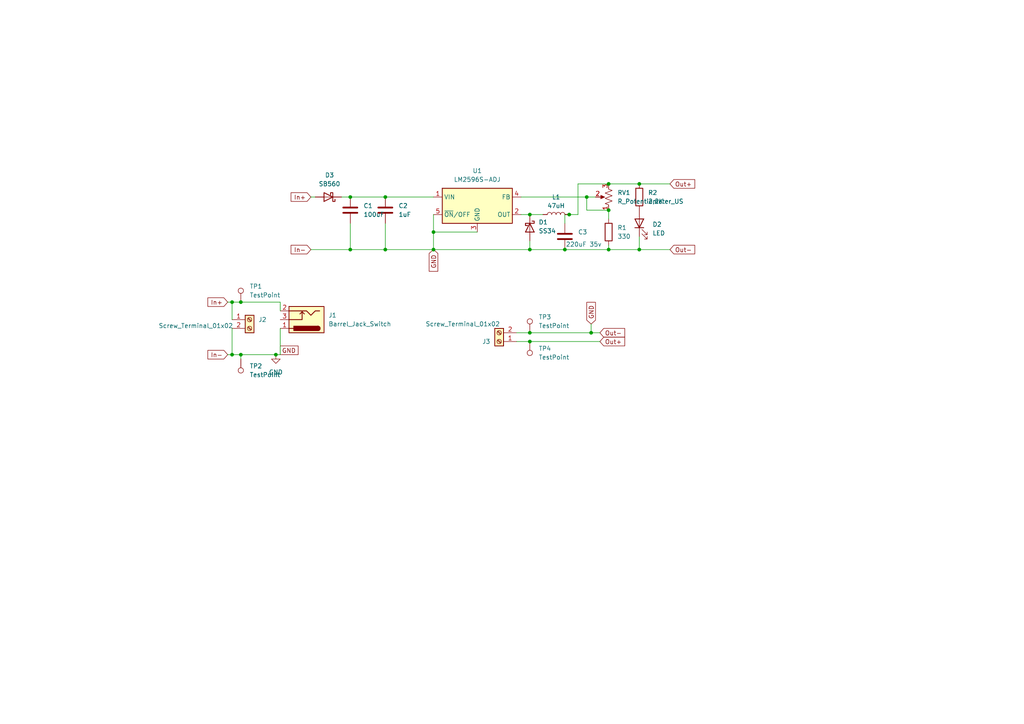
<source format=kicad_sch>
(kicad_sch
	(version 20250114)
	(generator "eeschema")
	(generator_version "9.0")
	(uuid "a3d26de7-dc33-41b1-b514-6f2cdddc433a")
	(paper "A4")
	(lib_symbols
		(symbol "Connector:Barrel_Jack_Switch"
			(pin_names
				(hide yes)
			)
			(exclude_from_sim no)
			(in_bom yes)
			(on_board yes)
			(property "Reference" "J"
				(at 0 5.334 0)
				(effects
					(font
						(size 1.27 1.27)
					)
				)
			)
			(property "Value" "Barrel_Jack_Switch"
				(at 0 -5.08 0)
				(effects
					(font
						(size 1.27 1.27)
					)
				)
			)
			(property "Footprint" ""
				(at 1.27 -1.016 0)
				(effects
					(font
						(size 1.27 1.27)
					)
					(hide yes)
				)
			)
			(property "Datasheet" "~"
				(at 1.27 -1.016 0)
				(effects
					(font
						(size 1.27 1.27)
					)
					(hide yes)
				)
			)
			(property "Description" "DC Barrel Jack with an internal switch"
				(at 0 0 0)
				(effects
					(font
						(size 1.27 1.27)
					)
					(hide yes)
				)
			)
			(property "ki_keywords" "DC power barrel jack connector"
				(at 0 0 0)
				(effects
					(font
						(size 1.27 1.27)
					)
					(hide yes)
				)
			)
			(property "ki_fp_filters" "BarrelJack*"
				(at 0 0 0)
				(effects
					(font
						(size 1.27 1.27)
					)
					(hide yes)
				)
			)
			(symbol "Barrel_Jack_Switch_0_1"
				(rectangle
					(start -5.08 3.81)
					(end 5.08 -3.81)
					(stroke
						(width 0.254)
						(type default)
					)
					(fill
						(type background)
					)
				)
				(polyline
					(pts
						(xy -3.81 -2.54) (xy -2.54 -2.54) (xy -1.27 -1.27) (xy 0 -2.54) (xy 2.54 -2.54) (xy 5.08 -2.54)
					)
					(stroke
						(width 0.254)
						(type default)
					)
					(fill
						(type none)
					)
				)
				(arc
					(start -3.302 1.905)
					(mid -3.9343 2.54)
					(end -3.302 3.175)
					(stroke
						(width 0.254)
						(type default)
					)
					(fill
						(type none)
					)
				)
				(arc
					(start -3.302 1.905)
					(mid -3.9343 2.54)
					(end -3.302 3.175)
					(stroke
						(width 0.254)
						(type default)
					)
					(fill
						(type outline)
					)
				)
				(polyline
					(pts
						(xy 1.27 -2.286) (xy 1.905 -1.651)
					)
					(stroke
						(width 0.254)
						(type default)
					)
					(fill
						(type none)
					)
				)
				(rectangle
					(start 3.683 3.175)
					(end -3.302 1.905)
					(stroke
						(width 0.254)
						(type default)
					)
					(fill
						(type outline)
					)
				)
				(polyline
					(pts
						(xy 5.08 2.54) (xy 3.81 2.54)
					)
					(stroke
						(width 0.254)
						(type default)
					)
					(fill
						(type none)
					)
				)
				(polyline
					(pts
						(xy 5.08 0) (xy 1.27 0) (xy 1.27 -2.286) (xy 0.635 -1.651)
					)
					(stroke
						(width 0.254)
						(type default)
					)
					(fill
						(type none)
					)
				)
			)
			(symbol "Barrel_Jack_Switch_1_1"
				(pin passive line
					(at 7.62 2.54 180)
					(length 2.54)
					(name "~"
						(effects
							(font
								(size 1.27 1.27)
							)
						)
					)
					(number "1"
						(effects
							(font
								(size 1.27 1.27)
							)
						)
					)
				)
				(pin passive line
					(at 7.62 0 180)
					(length 2.54)
					(name "~"
						(effects
							(font
								(size 1.27 1.27)
							)
						)
					)
					(number "3"
						(effects
							(font
								(size 1.27 1.27)
							)
						)
					)
				)
				(pin passive line
					(at 7.62 -2.54 180)
					(length 2.54)
					(name "~"
						(effects
							(font
								(size 1.27 1.27)
							)
						)
					)
					(number "2"
						(effects
							(font
								(size 1.27 1.27)
							)
						)
					)
				)
			)
			(embedded_fonts no)
		)
		(symbol "Connector:Screw_Terminal_01x02"
			(pin_names
				(offset 1.016)
				(hide yes)
			)
			(exclude_from_sim no)
			(in_bom yes)
			(on_board yes)
			(property "Reference" "J"
				(at 0 2.54 0)
				(effects
					(font
						(size 1.27 1.27)
					)
				)
			)
			(property "Value" "Screw_Terminal_01x02"
				(at 0 -5.08 0)
				(effects
					(font
						(size 1.27 1.27)
					)
				)
			)
			(property "Footprint" ""
				(at 0 0 0)
				(effects
					(font
						(size 1.27 1.27)
					)
					(hide yes)
				)
			)
			(property "Datasheet" "~"
				(at 0 0 0)
				(effects
					(font
						(size 1.27 1.27)
					)
					(hide yes)
				)
			)
			(property "Description" "Generic screw terminal, single row, 01x02, script generated (kicad-library-utils/schlib/autogen/connector/)"
				(at 0 0 0)
				(effects
					(font
						(size 1.27 1.27)
					)
					(hide yes)
				)
			)
			(property "ki_keywords" "screw terminal"
				(at 0 0 0)
				(effects
					(font
						(size 1.27 1.27)
					)
					(hide yes)
				)
			)
			(property "ki_fp_filters" "TerminalBlock*:*"
				(at 0 0 0)
				(effects
					(font
						(size 1.27 1.27)
					)
					(hide yes)
				)
			)
			(symbol "Screw_Terminal_01x02_1_1"
				(rectangle
					(start -1.27 1.27)
					(end 1.27 -3.81)
					(stroke
						(width 0.254)
						(type default)
					)
					(fill
						(type background)
					)
				)
				(polyline
					(pts
						(xy -0.5334 0.3302) (xy 0.3302 -0.508)
					)
					(stroke
						(width 0.1524)
						(type default)
					)
					(fill
						(type none)
					)
				)
				(polyline
					(pts
						(xy -0.5334 -2.2098) (xy 0.3302 -3.048)
					)
					(stroke
						(width 0.1524)
						(type default)
					)
					(fill
						(type none)
					)
				)
				(polyline
					(pts
						(xy -0.3556 0.508) (xy 0.508 -0.3302)
					)
					(stroke
						(width 0.1524)
						(type default)
					)
					(fill
						(type none)
					)
				)
				(polyline
					(pts
						(xy -0.3556 -2.032) (xy 0.508 -2.8702)
					)
					(stroke
						(width 0.1524)
						(type default)
					)
					(fill
						(type none)
					)
				)
				(circle
					(center 0 0)
					(radius 0.635)
					(stroke
						(width 0.1524)
						(type default)
					)
					(fill
						(type none)
					)
				)
				(circle
					(center 0 -2.54)
					(radius 0.635)
					(stroke
						(width 0.1524)
						(type default)
					)
					(fill
						(type none)
					)
				)
				(pin passive line
					(at -5.08 0 0)
					(length 3.81)
					(name "Pin_1"
						(effects
							(font
								(size 1.27 1.27)
							)
						)
					)
					(number "1"
						(effects
							(font
								(size 1.27 1.27)
							)
						)
					)
				)
				(pin passive line
					(at -5.08 -2.54 0)
					(length 3.81)
					(name "Pin_2"
						(effects
							(font
								(size 1.27 1.27)
							)
						)
					)
					(number "2"
						(effects
							(font
								(size 1.27 1.27)
							)
						)
					)
				)
			)
			(embedded_fonts no)
		)
		(symbol "Connector:TestPoint"
			(pin_numbers
				(hide yes)
			)
			(pin_names
				(offset 0.762)
				(hide yes)
			)
			(exclude_from_sim no)
			(in_bom yes)
			(on_board yes)
			(property "Reference" "TP"
				(at 0 6.858 0)
				(effects
					(font
						(size 1.27 1.27)
					)
				)
			)
			(property "Value" "TestPoint"
				(at 0 5.08 0)
				(effects
					(font
						(size 1.27 1.27)
					)
				)
			)
			(property "Footprint" ""
				(at 5.08 0 0)
				(effects
					(font
						(size 1.27 1.27)
					)
					(hide yes)
				)
			)
			(property "Datasheet" "~"
				(at 5.08 0 0)
				(effects
					(font
						(size 1.27 1.27)
					)
					(hide yes)
				)
			)
			(property "Description" "test point"
				(at 0 0 0)
				(effects
					(font
						(size 1.27 1.27)
					)
					(hide yes)
				)
			)
			(property "ki_keywords" "test point tp"
				(at 0 0 0)
				(effects
					(font
						(size 1.27 1.27)
					)
					(hide yes)
				)
			)
			(property "ki_fp_filters" "Pin* Test*"
				(at 0 0 0)
				(effects
					(font
						(size 1.27 1.27)
					)
					(hide yes)
				)
			)
			(symbol "TestPoint_0_1"
				(circle
					(center 0 3.302)
					(radius 0.762)
					(stroke
						(width 0)
						(type default)
					)
					(fill
						(type none)
					)
				)
			)
			(symbol "TestPoint_1_1"
				(pin passive line
					(at 0 0 90)
					(length 2.54)
					(name "1"
						(effects
							(font
								(size 1.27 1.27)
							)
						)
					)
					(number "1"
						(effects
							(font
								(size 1.27 1.27)
							)
						)
					)
				)
			)
			(embedded_fonts no)
		)
		(symbol "Device:C"
			(pin_numbers
				(hide yes)
			)
			(pin_names
				(offset 0.254)
			)
			(exclude_from_sim no)
			(in_bom yes)
			(on_board yes)
			(property "Reference" "C"
				(at 0.635 2.54 0)
				(effects
					(font
						(size 1.27 1.27)
					)
					(justify left)
				)
			)
			(property "Value" "C"
				(at 0.635 -2.54 0)
				(effects
					(font
						(size 1.27 1.27)
					)
					(justify left)
				)
			)
			(property "Footprint" ""
				(at 0.9652 -3.81 0)
				(effects
					(font
						(size 1.27 1.27)
					)
					(hide yes)
				)
			)
			(property "Datasheet" "~"
				(at 0 0 0)
				(effects
					(font
						(size 1.27 1.27)
					)
					(hide yes)
				)
			)
			(property "Description" "Unpolarized capacitor"
				(at 0 0 0)
				(effects
					(font
						(size 1.27 1.27)
					)
					(hide yes)
				)
			)
			(property "ki_keywords" "cap capacitor"
				(at 0 0 0)
				(effects
					(font
						(size 1.27 1.27)
					)
					(hide yes)
				)
			)
			(property "ki_fp_filters" "C_*"
				(at 0 0 0)
				(effects
					(font
						(size 1.27 1.27)
					)
					(hide yes)
				)
			)
			(symbol "C_0_1"
				(polyline
					(pts
						(xy -2.032 0.762) (xy 2.032 0.762)
					)
					(stroke
						(width 0.508)
						(type default)
					)
					(fill
						(type none)
					)
				)
				(polyline
					(pts
						(xy -2.032 -0.762) (xy 2.032 -0.762)
					)
					(stroke
						(width 0.508)
						(type default)
					)
					(fill
						(type none)
					)
				)
			)
			(symbol "C_1_1"
				(pin passive line
					(at 0 3.81 270)
					(length 2.794)
					(name "~"
						(effects
							(font
								(size 1.27 1.27)
							)
						)
					)
					(number "1"
						(effects
							(font
								(size 1.27 1.27)
							)
						)
					)
				)
				(pin passive line
					(at 0 -3.81 90)
					(length 2.794)
					(name "~"
						(effects
							(font
								(size 1.27 1.27)
							)
						)
					)
					(number "2"
						(effects
							(font
								(size 1.27 1.27)
							)
						)
					)
				)
			)
			(embedded_fonts no)
		)
		(symbol "Device:L"
			(pin_numbers
				(hide yes)
			)
			(pin_names
				(offset 1.016)
				(hide yes)
			)
			(exclude_from_sim no)
			(in_bom yes)
			(on_board yes)
			(property "Reference" "L"
				(at -1.27 0 90)
				(effects
					(font
						(size 1.27 1.27)
					)
				)
			)
			(property "Value" "L"
				(at 1.905 0 90)
				(effects
					(font
						(size 1.27 1.27)
					)
				)
			)
			(property "Footprint" ""
				(at 0 0 0)
				(effects
					(font
						(size 1.27 1.27)
					)
					(hide yes)
				)
			)
			(property "Datasheet" "~"
				(at 0 0 0)
				(effects
					(font
						(size 1.27 1.27)
					)
					(hide yes)
				)
			)
			(property "Description" "Inductor"
				(at 0 0 0)
				(effects
					(font
						(size 1.27 1.27)
					)
					(hide yes)
				)
			)
			(property "ki_keywords" "inductor choke coil reactor magnetic"
				(at 0 0 0)
				(effects
					(font
						(size 1.27 1.27)
					)
					(hide yes)
				)
			)
			(property "ki_fp_filters" "Choke_* *Coil* Inductor_* L_*"
				(at 0 0 0)
				(effects
					(font
						(size 1.27 1.27)
					)
					(hide yes)
				)
			)
			(symbol "L_0_1"
				(arc
					(start 0 2.54)
					(mid 0.6323 1.905)
					(end 0 1.27)
					(stroke
						(width 0)
						(type default)
					)
					(fill
						(type none)
					)
				)
				(arc
					(start 0 1.27)
					(mid 0.6323 0.635)
					(end 0 0)
					(stroke
						(width 0)
						(type default)
					)
					(fill
						(type none)
					)
				)
				(arc
					(start 0 0)
					(mid 0.6323 -0.635)
					(end 0 -1.27)
					(stroke
						(width 0)
						(type default)
					)
					(fill
						(type none)
					)
				)
				(arc
					(start 0 -1.27)
					(mid 0.6323 -1.905)
					(end 0 -2.54)
					(stroke
						(width 0)
						(type default)
					)
					(fill
						(type none)
					)
				)
			)
			(symbol "L_1_1"
				(pin passive line
					(at 0 3.81 270)
					(length 1.27)
					(name "1"
						(effects
							(font
								(size 1.27 1.27)
							)
						)
					)
					(number "1"
						(effects
							(font
								(size 1.27 1.27)
							)
						)
					)
				)
				(pin passive line
					(at 0 -3.81 90)
					(length 1.27)
					(name "2"
						(effects
							(font
								(size 1.27 1.27)
							)
						)
					)
					(number "2"
						(effects
							(font
								(size 1.27 1.27)
							)
						)
					)
				)
			)
			(embedded_fonts no)
		)
		(symbol "Device:LED"
			(pin_numbers
				(hide yes)
			)
			(pin_names
				(offset 1.016)
				(hide yes)
			)
			(exclude_from_sim no)
			(in_bom yes)
			(on_board yes)
			(property "Reference" "D"
				(at 0 2.54 0)
				(effects
					(font
						(size 1.27 1.27)
					)
				)
			)
			(property "Value" "LED"
				(at 0 -2.54 0)
				(effects
					(font
						(size 1.27 1.27)
					)
				)
			)
			(property "Footprint" ""
				(at 0 0 0)
				(effects
					(font
						(size 1.27 1.27)
					)
					(hide yes)
				)
			)
			(property "Datasheet" "~"
				(at 0 0 0)
				(effects
					(font
						(size 1.27 1.27)
					)
					(hide yes)
				)
			)
			(property "Description" "Light emitting diode"
				(at 0 0 0)
				(effects
					(font
						(size 1.27 1.27)
					)
					(hide yes)
				)
			)
			(property "Sim.Pins" "1=K 2=A"
				(at 0 0 0)
				(effects
					(font
						(size 1.27 1.27)
					)
					(hide yes)
				)
			)
			(property "ki_keywords" "LED diode"
				(at 0 0 0)
				(effects
					(font
						(size 1.27 1.27)
					)
					(hide yes)
				)
			)
			(property "ki_fp_filters" "LED* LED_SMD:* LED_THT:*"
				(at 0 0 0)
				(effects
					(font
						(size 1.27 1.27)
					)
					(hide yes)
				)
			)
			(symbol "LED_0_1"
				(polyline
					(pts
						(xy -3.048 -0.762) (xy -4.572 -2.286) (xy -3.81 -2.286) (xy -4.572 -2.286) (xy -4.572 -1.524)
					)
					(stroke
						(width 0)
						(type default)
					)
					(fill
						(type none)
					)
				)
				(polyline
					(pts
						(xy -1.778 -0.762) (xy -3.302 -2.286) (xy -2.54 -2.286) (xy -3.302 -2.286) (xy -3.302 -1.524)
					)
					(stroke
						(width 0)
						(type default)
					)
					(fill
						(type none)
					)
				)
				(polyline
					(pts
						(xy -1.27 0) (xy 1.27 0)
					)
					(stroke
						(width 0)
						(type default)
					)
					(fill
						(type none)
					)
				)
				(polyline
					(pts
						(xy -1.27 -1.27) (xy -1.27 1.27)
					)
					(stroke
						(width 0.254)
						(type default)
					)
					(fill
						(type none)
					)
				)
				(polyline
					(pts
						(xy 1.27 -1.27) (xy 1.27 1.27) (xy -1.27 0) (xy 1.27 -1.27)
					)
					(stroke
						(width 0.254)
						(type default)
					)
					(fill
						(type none)
					)
				)
			)
			(symbol "LED_1_1"
				(pin passive line
					(at -3.81 0 0)
					(length 2.54)
					(name "K"
						(effects
							(font
								(size 1.27 1.27)
							)
						)
					)
					(number "1"
						(effects
							(font
								(size 1.27 1.27)
							)
						)
					)
				)
				(pin passive line
					(at 3.81 0 180)
					(length 2.54)
					(name "A"
						(effects
							(font
								(size 1.27 1.27)
							)
						)
					)
					(number "2"
						(effects
							(font
								(size 1.27 1.27)
							)
						)
					)
				)
			)
			(embedded_fonts no)
		)
		(symbol "Device:R"
			(pin_numbers
				(hide yes)
			)
			(pin_names
				(offset 0)
			)
			(exclude_from_sim no)
			(in_bom yes)
			(on_board yes)
			(property "Reference" "R"
				(at 2.032 0 90)
				(effects
					(font
						(size 1.27 1.27)
					)
				)
			)
			(property "Value" "R"
				(at 0 0 90)
				(effects
					(font
						(size 1.27 1.27)
					)
				)
			)
			(property "Footprint" ""
				(at -1.778 0 90)
				(effects
					(font
						(size 1.27 1.27)
					)
					(hide yes)
				)
			)
			(property "Datasheet" "~"
				(at 0 0 0)
				(effects
					(font
						(size 1.27 1.27)
					)
					(hide yes)
				)
			)
			(property "Description" "Resistor"
				(at 0 0 0)
				(effects
					(font
						(size 1.27 1.27)
					)
					(hide yes)
				)
			)
			(property "ki_keywords" "R res resistor"
				(at 0 0 0)
				(effects
					(font
						(size 1.27 1.27)
					)
					(hide yes)
				)
			)
			(property "ki_fp_filters" "R_*"
				(at 0 0 0)
				(effects
					(font
						(size 1.27 1.27)
					)
					(hide yes)
				)
			)
			(symbol "R_0_1"
				(rectangle
					(start -1.016 -2.54)
					(end 1.016 2.54)
					(stroke
						(width 0.254)
						(type default)
					)
					(fill
						(type none)
					)
				)
			)
			(symbol "R_1_1"
				(pin passive line
					(at 0 3.81 270)
					(length 1.27)
					(name "~"
						(effects
							(font
								(size 1.27 1.27)
							)
						)
					)
					(number "1"
						(effects
							(font
								(size 1.27 1.27)
							)
						)
					)
				)
				(pin passive line
					(at 0 -3.81 90)
					(length 1.27)
					(name "~"
						(effects
							(font
								(size 1.27 1.27)
							)
						)
					)
					(number "2"
						(effects
							(font
								(size 1.27 1.27)
							)
						)
					)
				)
			)
			(embedded_fonts no)
		)
		(symbol "Device:R_Potentiometer_US"
			(pin_names
				(offset 1.016)
				(hide yes)
			)
			(exclude_from_sim no)
			(in_bom yes)
			(on_board yes)
			(property "Reference" "RV"
				(at -4.445 0 90)
				(effects
					(font
						(size 1.27 1.27)
					)
				)
			)
			(property "Value" "R_Potentiometer_US"
				(at -2.54 0 90)
				(effects
					(font
						(size 1.27 1.27)
					)
				)
			)
			(property "Footprint" ""
				(at 0 0 0)
				(effects
					(font
						(size 1.27 1.27)
					)
					(hide yes)
				)
			)
			(property "Datasheet" "~"
				(at 0 0 0)
				(effects
					(font
						(size 1.27 1.27)
					)
					(hide yes)
				)
			)
			(property "Description" "Potentiometer, US symbol"
				(at 0 0 0)
				(effects
					(font
						(size 1.27 1.27)
					)
					(hide yes)
				)
			)
			(property "ki_keywords" "resistor variable"
				(at 0 0 0)
				(effects
					(font
						(size 1.27 1.27)
					)
					(hide yes)
				)
			)
			(property "ki_fp_filters" "Potentiometer*"
				(at 0 0 0)
				(effects
					(font
						(size 1.27 1.27)
					)
					(hide yes)
				)
			)
			(symbol "R_Potentiometer_US_0_1"
				(polyline
					(pts
						(xy 0 2.54) (xy 0 2.286)
					)
					(stroke
						(width 0)
						(type default)
					)
					(fill
						(type none)
					)
				)
				(polyline
					(pts
						(xy 0 2.286) (xy 1.016 1.905) (xy 0 1.524) (xy -1.016 1.143) (xy 0 0.762)
					)
					(stroke
						(width 0)
						(type default)
					)
					(fill
						(type none)
					)
				)
				(polyline
					(pts
						(xy 0 0.762) (xy 1.016 0.381) (xy 0 0) (xy -1.016 -0.381) (xy 0 -0.762)
					)
					(stroke
						(width 0)
						(type default)
					)
					(fill
						(type none)
					)
				)
				(polyline
					(pts
						(xy 0 -0.762) (xy 1.016 -1.143) (xy 0 -1.524) (xy -1.016 -1.905) (xy 0 -2.286)
					)
					(stroke
						(width 0)
						(type default)
					)
					(fill
						(type none)
					)
				)
				(polyline
					(pts
						(xy 0 -2.286) (xy 0 -2.54)
					)
					(stroke
						(width 0)
						(type default)
					)
					(fill
						(type none)
					)
				)
				(polyline
					(pts
						(xy 1.143 0) (xy 2.286 0.508) (xy 2.286 -0.508) (xy 1.143 0)
					)
					(stroke
						(width 0)
						(type default)
					)
					(fill
						(type outline)
					)
				)
				(polyline
					(pts
						(xy 2.54 0) (xy 1.524 0)
					)
					(stroke
						(width 0)
						(type default)
					)
					(fill
						(type none)
					)
				)
			)
			(symbol "R_Potentiometer_US_1_1"
				(pin passive line
					(at 0 3.81 270)
					(length 1.27)
					(name "1"
						(effects
							(font
								(size 1.27 1.27)
							)
						)
					)
					(number "1"
						(effects
							(font
								(size 1.27 1.27)
							)
						)
					)
				)
				(pin passive line
					(at 0 -3.81 90)
					(length 1.27)
					(name "3"
						(effects
							(font
								(size 1.27 1.27)
							)
						)
					)
					(number "3"
						(effects
							(font
								(size 1.27 1.27)
							)
						)
					)
				)
				(pin passive line
					(at 3.81 0 180)
					(length 1.27)
					(name "2"
						(effects
							(font
								(size 1.27 1.27)
							)
						)
					)
					(number "2"
						(effects
							(font
								(size 1.27 1.27)
							)
						)
					)
				)
			)
			(embedded_fonts no)
		)
		(symbol "Diode:SB5H90"
			(pin_numbers
				(hide yes)
			)
			(pin_names
				(offset 1.016)
				(hide yes)
			)
			(exclude_from_sim no)
			(in_bom yes)
			(on_board yes)
			(property "Reference" "D"
				(at 0 2.54 0)
				(effects
					(font
						(size 1.27 1.27)
					)
				)
			)
			(property "Value" "SB5H90"
				(at 0 -2.54 0)
				(effects
					(font
						(size 1.27 1.27)
					)
				)
			)
			(property "Footprint" "Diode_THT:D_DO-201AD_P15.24mm_Horizontal"
				(at 0 -4.445 0)
				(effects
					(font
						(size 1.27 1.27)
					)
					(hide yes)
				)
			)
			(property "Datasheet" "https://www.vishay.com/docs/88722/sb5h90.pdf"
				(at 0 0 0)
				(effects
					(font
						(size 1.27 1.27)
					)
					(hide yes)
				)
			)
			(property "Description" "90V 5A Schottky Barrier Rectifier Diode, DO-201AD"
				(at 0 0 0)
				(effects
					(font
						(size 1.27 1.27)
					)
					(hide yes)
				)
			)
			(property "ki_keywords" "diode Schottky"
				(at 0 0 0)
				(effects
					(font
						(size 1.27 1.27)
					)
					(hide yes)
				)
			)
			(property "ki_fp_filters" "D*DO?201AD*"
				(at 0 0 0)
				(effects
					(font
						(size 1.27 1.27)
					)
					(hide yes)
				)
			)
			(symbol "SB5H90_0_1"
				(polyline
					(pts
						(xy -1.905 0.635) (xy -1.905 1.27) (xy -1.27 1.27) (xy -1.27 -1.27) (xy -0.635 -1.27) (xy -0.635 -0.635)
					)
					(stroke
						(width 0.254)
						(type default)
					)
					(fill
						(type none)
					)
				)
				(polyline
					(pts
						(xy 1.27 1.27) (xy 1.27 -1.27) (xy -1.27 0) (xy 1.27 1.27)
					)
					(stroke
						(width 0.254)
						(type default)
					)
					(fill
						(type none)
					)
				)
				(polyline
					(pts
						(xy 1.27 0) (xy -1.27 0)
					)
					(stroke
						(width 0)
						(type default)
					)
					(fill
						(type none)
					)
				)
			)
			(symbol "SB5H90_1_1"
				(pin passive line
					(at -3.81 0 0)
					(length 2.54)
					(name "K"
						(effects
							(font
								(size 1.27 1.27)
							)
						)
					)
					(number "1"
						(effects
							(font
								(size 1.27 1.27)
							)
						)
					)
				)
				(pin passive line
					(at 3.81 0 180)
					(length 2.54)
					(name "A"
						(effects
							(font
								(size 1.27 1.27)
							)
						)
					)
					(number "2"
						(effects
							(font
								(size 1.27 1.27)
							)
						)
					)
				)
			)
			(embedded_fonts no)
		)
		(symbol "Diode:SS34"
			(pin_numbers
				(hide yes)
			)
			(pin_names
				(offset 1.016)
				(hide yes)
			)
			(exclude_from_sim no)
			(in_bom yes)
			(on_board yes)
			(property "Reference" "D"
				(at 0 2.54 0)
				(effects
					(font
						(size 1.27 1.27)
					)
				)
			)
			(property "Value" "SS34"
				(at 0 -2.54 0)
				(effects
					(font
						(size 1.27 1.27)
					)
				)
			)
			(property "Footprint" "Diode_SMD:D_SMA"
				(at 0 -4.445 0)
				(effects
					(font
						(size 1.27 1.27)
					)
					(hide yes)
				)
			)
			(property "Datasheet" "https://www.vishay.com/docs/88751/ss32.pdf"
				(at 0 0 0)
				(effects
					(font
						(size 1.27 1.27)
					)
					(hide yes)
				)
			)
			(property "Description" "40V 3A Schottky Diode, SMA"
				(at 0 0 0)
				(effects
					(font
						(size 1.27 1.27)
					)
					(hide yes)
				)
			)
			(property "ki_keywords" "diode Schottky"
				(at 0 0 0)
				(effects
					(font
						(size 1.27 1.27)
					)
					(hide yes)
				)
			)
			(property "ki_fp_filters" "D*SMA*"
				(at 0 0 0)
				(effects
					(font
						(size 1.27 1.27)
					)
					(hide yes)
				)
			)
			(symbol "SS34_0_1"
				(polyline
					(pts
						(xy -1.905 0.635) (xy -1.905 1.27) (xy -1.27 1.27) (xy -1.27 -1.27) (xy -0.635 -1.27) (xy -0.635 -0.635)
					)
					(stroke
						(width 0.254)
						(type default)
					)
					(fill
						(type none)
					)
				)
				(polyline
					(pts
						(xy 1.27 1.27) (xy 1.27 -1.27) (xy -1.27 0) (xy 1.27 1.27)
					)
					(stroke
						(width 0.254)
						(type default)
					)
					(fill
						(type none)
					)
				)
				(polyline
					(pts
						(xy 1.27 0) (xy -1.27 0)
					)
					(stroke
						(width 0)
						(type default)
					)
					(fill
						(type none)
					)
				)
			)
			(symbol "SS34_1_1"
				(pin passive line
					(at -3.81 0 0)
					(length 2.54)
					(name "K"
						(effects
							(font
								(size 1.27 1.27)
							)
						)
					)
					(number "1"
						(effects
							(font
								(size 1.27 1.27)
							)
						)
					)
				)
				(pin passive line
					(at 3.81 0 180)
					(length 2.54)
					(name "A"
						(effects
							(font
								(size 1.27 1.27)
							)
						)
					)
					(number "2"
						(effects
							(font
								(size 1.27 1.27)
							)
						)
					)
				)
			)
			(embedded_fonts no)
		)
		(symbol "Regulator_Switching:LM2596S-ADJ"
			(exclude_from_sim no)
			(in_bom yes)
			(on_board yes)
			(property "Reference" "U"
				(at -10.16 6.35 0)
				(effects
					(font
						(size 1.27 1.27)
					)
					(justify left)
				)
			)
			(property "Value" "LM2596S-ADJ"
				(at 0 6.35 0)
				(effects
					(font
						(size 1.27 1.27)
					)
					(justify left)
				)
			)
			(property "Footprint" "Package_TO_SOT_SMD:TO-263-5_TabPin3"
				(at 1.27 -6.35 0)
				(effects
					(font
						(size 1.27 1.27)
						(italic yes)
					)
					(justify left)
					(hide yes)
				)
			)
			(property "Datasheet" "http://www.ti.com/lit/ds/symlink/lm2596.pdf"
				(at 0 0 0)
				(effects
					(font
						(size 1.27 1.27)
					)
					(hide yes)
				)
			)
			(property "Description" "Adjustable 3A Step-Down Voltage Regulator, TO-263"
				(at 0 0 0)
				(effects
					(font
						(size 1.27 1.27)
					)
					(hide yes)
				)
			)
			(property "ki_keywords" "Step-Down Voltage Regulator Adjustable 3A"
				(at 0 0 0)
				(effects
					(font
						(size 1.27 1.27)
					)
					(hide yes)
				)
			)
			(property "ki_fp_filters" "TO?263*"
				(at 0 0 0)
				(effects
					(font
						(size 1.27 1.27)
					)
					(hide yes)
				)
			)
			(symbol "LM2596S-ADJ_0_1"
				(rectangle
					(start -10.16 5.08)
					(end 10.16 -5.08)
					(stroke
						(width 0.254)
						(type default)
					)
					(fill
						(type background)
					)
				)
			)
			(symbol "LM2596S-ADJ_1_1"
				(pin power_in line
					(at -12.7 2.54 0)
					(length 2.54)
					(name "VIN"
						(effects
							(font
								(size 1.27 1.27)
							)
						)
					)
					(number "1"
						(effects
							(font
								(size 1.27 1.27)
							)
						)
					)
				)
				(pin input line
					(at -12.7 -2.54 0)
					(length 2.54)
					(name "~{ON}/OFF"
						(effects
							(font
								(size 1.27 1.27)
							)
						)
					)
					(number "5"
						(effects
							(font
								(size 1.27 1.27)
							)
						)
					)
				)
				(pin power_in line
					(at 0 -7.62 90)
					(length 2.54)
					(name "GND"
						(effects
							(font
								(size 1.27 1.27)
							)
						)
					)
					(number "3"
						(effects
							(font
								(size 1.27 1.27)
							)
						)
					)
				)
				(pin input line
					(at 12.7 2.54 180)
					(length 2.54)
					(name "FB"
						(effects
							(font
								(size 1.27 1.27)
							)
						)
					)
					(number "4"
						(effects
							(font
								(size 1.27 1.27)
							)
						)
					)
				)
				(pin output line
					(at 12.7 -2.54 180)
					(length 2.54)
					(name "OUT"
						(effects
							(font
								(size 1.27 1.27)
							)
						)
					)
					(number "2"
						(effects
							(font
								(size 1.27 1.27)
							)
						)
					)
				)
			)
			(embedded_fonts no)
		)
		(symbol "power:GND"
			(power)
			(pin_numbers
				(hide yes)
			)
			(pin_names
				(offset 0)
				(hide yes)
			)
			(exclude_from_sim no)
			(in_bom yes)
			(on_board yes)
			(property "Reference" "#PWR"
				(at 0 -6.35 0)
				(effects
					(font
						(size 1.27 1.27)
					)
					(hide yes)
				)
			)
			(property "Value" "GND"
				(at 0 -3.81 0)
				(effects
					(font
						(size 1.27 1.27)
					)
				)
			)
			(property "Footprint" ""
				(at 0 0 0)
				(effects
					(font
						(size 1.27 1.27)
					)
					(hide yes)
				)
			)
			(property "Datasheet" ""
				(at 0 0 0)
				(effects
					(font
						(size 1.27 1.27)
					)
					(hide yes)
				)
			)
			(property "Description" "Power symbol creates a global label with name \"GND\" , ground"
				(at 0 0 0)
				(effects
					(font
						(size 1.27 1.27)
					)
					(hide yes)
				)
			)
			(property "ki_keywords" "global power"
				(at 0 0 0)
				(effects
					(font
						(size 1.27 1.27)
					)
					(hide yes)
				)
			)
			(symbol "GND_0_1"
				(polyline
					(pts
						(xy 0 0) (xy 0 -1.27) (xy 1.27 -1.27) (xy 0 -2.54) (xy -1.27 -1.27) (xy 0 -1.27)
					)
					(stroke
						(width 0)
						(type default)
					)
					(fill
						(type none)
					)
				)
			)
			(symbol "GND_1_1"
				(pin power_in line
					(at 0 0 270)
					(length 0)
					(name "~"
						(effects
							(font
								(size 1.27 1.27)
							)
						)
					)
					(number "1"
						(effects
							(font
								(size 1.27 1.27)
							)
						)
					)
				)
			)
			(embedded_fonts no)
		)
	)
	(junction
		(at 67.31 87.63)
		(diameter 0)
		(color 0 0 0 0)
		(uuid "068bd343-a4dd-4ef6-b084-d9f399cf4c7c")
	)
	(junction
		(at 170.18 57.15)
		(diameter 0)
		(color 0 0 0 0)
		(uuid "08878b27-1f6a-4793-8ad2-b6b751f64ca6")
	)
	(junction
		(at 176.53 72.39)
		(diameter 0)
		(color 0 0 0 0)
		(uuid "210e44ec-580b-4ca6-b123-46bcfecb89c7")
	)
	(junction
		(at 153.67 99.06)
		(diameter 0)
		(color 0 0 0 0)
		(uuid "2cb75598-21b0-4443-af1e-9a23a3082139")
	)
	(junction
		(at 176.53 60.96)
		(diameter 0)
		(color 0 0 0 0)
		(uuid "37bcb9ef-d7d6-46be-bf2c-c232e3c9e37c")
	)
	(junction
		(at 67.31 102.87)
		(diameter 0)
		(color 0 0 0 0)
		(uuid "42802a54-2d03-466c-97da-4a36a605e4eb")
	)
	(junction
		(at 69.85 102.87)
		(diameter 0)
		(color 0 0 0 0)
		(uuid "4308d499-1c6c-4a39-84ca-5f23563fa15c")
	)
	(junction
		(at 185.42 53.34)
		(diameter 0)
		(color 0 0 0 0)
		(uuid "4ff4beb4-19f3-4af6-ba12-04e4e338b5cd")
	)
	(junction
		(at 176.53 53.34)
		(diameter 0)
		(color 0 0 0 0)
		(uuid "506a89d7-69f6-4b3a-9f2b-fbbc1c90521f")
	)
	(junction
		(at 171.45 96.52)
		(diameter 0)
		(color 0 0 0 0)
		(uuid "7889213f-f6fb-4a6a-8b44-4da17caed4b5")
	)
	(junction
		(at 153.67 96.52)
		(diameter 0)
		(color 0 0 0 0)
		(uuid "79c928e2-c844-4ac9-a689-094a25c4e1da")
	)
	(junction
		(at 111.76 72.39)
		(diameter 0)
		(color 0 0 0 0)
		(uuid "79ee9456-9bf8-4dec-832f-e35e9af339c2")
	)
	(junction
		(at 111.76 57.15)
		(diameter 0)
		(color 0 0 0 0)
		(uuid "7a62c2ff-809e-41a9-9792-c03d1a33de5d")
	)
	(junction
		(at 153.67 62.23)
		(diameter 0)
		(color 0 0 0 0)
		(uuid "7b0351a2-575a-4c62-99bc-c18674ed0bdb")
	)
	(junction
		(at 165.1 62.23)
		(diameter 0)
		(color 0 0 0 0)
		(uuid "8b30e008-7146-4ffd-b2dd-8b3100407742")
	)
	(junction
		(at 125.73 72.39)
		(diameter 0)
		(color 0 0 0 0)
		(uuid "94454ecf-d9e0-42e1-a174-b46d2724a3bf")
	)
	(junction
		(at 163.83 72.39)
		(diameter 0)
		(color 0 0 0 0)
		(uuid "96273ed3-3e03-42d5-a032-6e669c3090f1")
	)
	(junction
		(at 153.67 72.39)
		(diameter 0)
		(color 0 0 0 0)
		(uuid "a4d60aa0-9d8d-4065-9647-d560dca6f3d8")
	)
	(junction
		(at 101.6 57.15)
		(diameter 0)
		(color 0 0 0 0)
		(uuid "a5362d77-11bf-4fe9-b2c5-eb4dfb8d452b")
	)
	(junction
		(at 80.01 102.87)
		(diameter 0)
		(color 0 0 0 0)
		(uuid "b0e9eb5b-150e-4078-b409-7b9b8943841c")
	)
	(junction
		(at 69.85 87.63)
		(diameter 0)
		(color 0 0 0 0)
		(uuid "c46e1401-43ff-4f76-922b-3903ca8dd44d")
	)
	(junction
		(at 185.42 72.39)
		(diameter 0)
		(color 0 0 0 0)
		(uuid "d2ff5df0-e276-438a-812d-986a313c61e4")
	)
	(junction
		(at 101.6 72.39)
		(diameter 0)
		(color 0 0 0 0)
		(uuid "f900f501-7de7-4911-b67b-f68b8a1a14a3")
	)
	(junction
		(at 125.73 67.31)
		(diameter 0)
		(color 0 0 0 0)
		(uuid "fb7f079f-5d5d-4678-8b9a-d2082112c436")
	)
	(wire
		(pts
			(xy 67.31 87.63) (xy 66.04 87.63)
		)
		(stroke
			(width 0)
			(type default)
		)
		(uuid "03e03220-ff80-4250-823a-693d16e2bb24")
	)
	(wire
		(pts
			(xy 67.31 102.87) (xy 69.85 102.87)
		)
		(stroke
			(width 0)
			(type default)
		)
		(uuid "05d47d88-924d-4a47-b7a3-7946a156ea48")
	)
	(wire
		(pts
			(xy 163.83 62.23) (xy 165.1 62.23)
		)
		(stroke
			(width 0)
			(type default)
		)
		(uuid "05d8bc69-3f46-4ed4-8a56-f5223001210e")
	)
	(wire
		(pts
			(xy 153.67 96.52) (xy 171.45 96.52)
		)
		(stroke
			(width 0)
			(type default)
		)
		(uuid "09eab259-2c33-493d-85d4-f48f38a69b69")
	)
	(wire
		(pts
			(xy 81.28 95.25) (xy 81.28 102.87)
		)
		(stroke
			(width 0)
			(type default)
		)
		(uuid "0a8545ce-d7f8-4228-afb0-c0e82e50f084")
	)
	(wire
		(pts
			(xy 185.42 53.34) (xy 194.31 53.34)
		)
		(stroke
			(width 0)
			(type default)
		)
		(uuid "0fa03cec-45ce-42e4-b21a-30e7ac6b6622")
	)
	(wire
		(pts
			(xy 170.18 60.96) (xy 170.18 57.15)
		)
		(stroke
			(width 0)
			(type default)
		)
		(uuid "119dfebc-278c-4ebe-97bd-4146ac425d88")
	)
	(wire
		(pts
			(xy 163.83 64.77) (xy 163.83 62.23)
		)
		(stroke
			(width 0)
			(type default)
		)
		(uuid "1650698f-d4d3-4cf1-8f78-968b92712896")
	)
	(wire
		(pts
			(xy 176.53 60.96) (xy 170.18 60.96)
		)
		(stroke
			(width 0)
			(type default)
		)
		(uuid "1a8959f3-34a8-425e-b241-c609b0be0ac9")
	)
	(wire
		(pts
			(xy 163.83 72.39) (xy 153.67 72.39)
		)
		(stroke
			(width 0)
			(type default)
		)
		(uuid "1c49e8cc-bb43-427a-9b2c-e7b9bb3bc327")
	)
	(wire
		(pts
			(xy 111.76 72.39) (xy 101.6 72.39)
		)
		(stroke
			(width 0)
			(type default)
		)
		(uuid "1c4f5fdd-c988-4a79-b2f0-ba2d7ec3ec0f")
	)
	(wire
		(pts
			(xy 176.53 72.39) (xy 163.83 72.39)
		)
		(stroke
			(width 0)
			(type default)
		)
		(uuid "1ed44a73-8b6a-4207-b778-7a9c46c380c1")
	)
	(wire
		(pts
			(xy 67.31 87.63) (xy 67.31 92.71)
		)
		(stroke
			(width 0)
			(type default)
		)
		(uuid "2073a075-c17f-4296-9293-2e5b2531b731")
	)
	(wire
		(pts
			(xy 111.76 57.15) (xy 125.73 57.15)
		)
		(stroke
			(width 0)
			(type default)
		)
		(uuid "3244e214-cb5c-4ea1-b363-800960cf98c4")
	)
	(wire
		(pts
			(xy 185.42 68.58) (xy 185.42 72.39)
		)
		(stroke
			(width 0)
			(type default)
		)
		(uuid "38a17bf4-6f3f-4f33-bb24-199b8bf0e1ba")
	)
	(wire
		(pts
			(xy 153.67 69.85) (xy 153.67 72.39)
		)
		(stroke
			(width 0)
			(type default)
		)
		(uuid "3992fd22-ec7c-430a-8af0-5cc3a64a2ef0")
	)
	(wire
		(pts
			(xy 101.6 72.39) (xy 101.6 64.77)
		)
		(stroke
			(width 0)
			(type default)
		)
		(uuid "3aba1d15-ea13-4a98-8201-cce05d5affd7")
	)
	(wire
		(pts
			(xy 153.67 72.39) (xy 125.73 72.39)
		)
		(stroke
			(width 0)
			(type default)
		)
		(uuid "3d6270b6-842c-46c1-8793-0c3df2982c9e")
	)
	(wire
		(pts
			(xy 171.45 96.52) (xy 173.99 96.52)
		)
		(stroke
			(width 0)
			(type default)
		)
		(uuid "3ed2a0df-4d64-4408-bc85-65dc17813b18")
	)
	(wire
		(pts
			(xy 125.73 67.31) (xy 125.73 62.23)
		)
		(stroke
			(width 0)
			(type default)
		)
		(uuid "3f40d9c8-3d14-475f-a8c3-58d4007a9b91")
	)
	(wire
		(pts
			(xy 176.53 53.34) (xy 185.42 53.34)
		)
		(stroke
			(width 0)
			(type default)
		)
		(uuid "41e771c2-5bda-48e9-a075-4b996cc75bd1")
	)
	(wire
		(pts
			(xy 185.42 72.39) (xy 194.31 72.39)
		)
		(stroke
			(width 0)
			(type default)
		)
		(uuid "423d6237-4e18-49cc-8085-b210f3336a00")
	)
	(wire
		(pts
			(xy 80.01 102.87) (xy 81.28 102.87)
		)
		(stroke
			(width 0)
			(type default)
		)
		(uuid "425388cb-2bec-404d-84e6-958cc11e665c")
	)
	(wire
		(pts
			(xy 90.17 72.39) (xy 101.6 72.39)
		)
		(stroke
			(width 0)
			(type default)
		)
		(uuid "44c0e543-f48a-4193-be98-bd504b54dd61")
	)
	(wire
		(pts
			(xy 138.43 67.31) (xy 125.73 67.31)
		)
		(stroke
			(width 0)
			(type default)
		)
		(uuid "52710388-d07e-40f8-bd70-75286c2c2522")
	)
	(wire
		(pts
			(xy 149.86 96.52) (xy 153.67 96.52)
		)
		(stroke
			(width 0)
			(type default)
		)
		(uuid "592ae44e-3f3b-4f93-8a66-c5666c089a70")
	)
	(wire
		(pts
			(xy 185.42 72.39) (xy 176.53 72.39)
		)
		(stroke
			(width 0)
			(type default)
		)
		(uuid "66d51234-a03f-449d-a7f7-c1d6b0373356")
	)
	(wire
		(pts
			(xy 153.67 62.23) (xy 157.48 62.23)
		)
		(stroke
			(width 0)
			(type default)
		)
		(uuid "6ca43709-c812-40c0-90e0-ed7ad5802005")
	)
	(wire
		(pts
			(xy 81.28 87.63) (xy 69.85 87.63)
		)
		(stroke
			(width 0)
			(type default)
		)
		(uuid "860ff3a3-77f2-4fcd-b959-fe17584b7d92")
	)
	(wire
		(pts
			(xy 151.13 62.23) (xy 153.67 62.23)
		)
		(stroke
			(width 0)
			(type default)
		)
		(uuid "9187f54e-5006-4aa0-a666-d826c089a7df")
	)
	(wire
		(pts
			(xy 125.73 72.39) (xy 125.73 67.31)
		)
		(stroke
			(width 0)
			(type default)
		)
		(uuid "962b7421-eefb-4cfd-b8a2-28f1b6a55ae3")
	)
	(wire
		(pts
			(xy 176.53 63.5) (xy 176.53 60.96)
		)
		(stroke
			(width 0)
			(type default)
		)
		(uuid "9755c098-bd7e-4a44-abaa-0a6b5a68f833")
	)
	(wire
		(pts
			(xy 167.64 53.34) (xy 176.53 53.34)
		)
		(stroke
			(width 0)
			(type default)
		)
		(uuid "9af80923-248f-4090-a195-86241cba0e97")
	)
	(wire
		(pts
			(xy 149.86 99.06) (xy 153.67 99.06)
		)
		(stroke
			(width 0)
			(type default)
		)
		(uuid "9c26a39a-5b2c-4bd9-a0df-f466b90a0792")
	)
	(wire
		(pts
			(xy 167.64 62.23) (xy 167.64 53.34)
		)
		(stroke
			(width 0)
			(type default)
		)
		(uuid "a8036c99-562e-4302-ae70-cd273c622157")
	)
	(wire
		(pts
			(xy 81.28 90.17) (xy 81.28 87.63)
		)
		(stroke
			(width 0)
			(type default)
		)
		(uuid "af8c7260-0dc1-4124-a93d-f61b7283f8d3")
	)
	(wire
		(pts
			(xy 101.6 57.15) (xy 111.76 57.15)
		)
		(stroke
			(width 0)
			(type default)
		)
		(uuid "b7e2f722-4ef8-4512-92e8-ca387891e5f2")
	)
	(wire
		(pts
			(xy 111.76 64.77) (xy 111.76 72.39)
		)
		(stroke
			(width 0)
			(type default)
		)
		(uuid "be8157f4-44fe-4378-bac2-7a51867c7419")
	)
	(wire
		(pts
			(xy 151.13 57.15) (xy 170.18 57.15)
		)
		(stroke
			(width 0)
			(type default)
		)
		(uuid "bf95c9ad-b21f-4726-adcf-9d7f77970735")
	)
	(wire
		(pts
			(xy 153.67 99.06) (xy 173.99 99.06)
		)
		(stroke
			(width 0)
			(type default)
		)
		(uuid "ceb4547c-d72f-46cb-96ff-acddcf833efe")
	)
	(wire
		(pts
			(xy 67.31 102.87) (xy 66.04 102.87)
		)
		(stroke
			(width 0)
			(type default)
		)
		(uuid "d25063c0-f39a-4797-991b-a3451d512a31")
	)
	(wire
		(pts
			(xy 170.18 57.15) (xy 172.72 57.15)
		)
		(stroke
			(width 0)
			(type default)
		)
		(uuid "d2f9b329-ef00-4119-b9b5-f1eaebba5116")
	)
	(wire
		(pts
			(xy 67.31 95.25) (xy 67.31 102.87)
		)
		(stroke
			(width 0)
			(type default)
		)
		(uuid "d9cb84e3-7b47-4b17-b72a-5cdb59c78e11")
	)
	(wire
		(pts
			(xy 176.53 71.12) (xy 176.53 72.39)
		)
		(stroke
			(width 0)
			(type default)
		)
		(uuid "e3d350a9-b796-4af3-87a3-5d275a01e59a")
	)
	(wire
		(pts
			(xy 69.85 102.87) (xy 80.01 102.87)
		)
		(stroke
			(width 0)
			(type default)
		)
		(uuid "ebdcb068-e2c8-4c46-89fd-1f11b29ef7bc")
	)
	(wire
		(pts
			(xy 99.06 57.15) (xy 101.6 57.15)
		)
		(stroke
			(width 0)
			(type default)
		)
		(uuid "eda6553d-543a-495e-a2c3-59aac7d505f1")
	)
	(wire
		(pts
			(xy 111.76 72.39) (xy 125.73 72.39)
		)
		(stroke
			(width 0)
			(type default)
		)
		(uuid "f3ffe2cc-67cd-4e55-9ca5-f55e6d3ef282")
	)
	(wire
		(pts
			(xy 90.17 57.15) (xy 91.44 57.15)
		)
		(stroke
			(width 0)
			(type default)
		)
		(uuid "f531ce9e-489c-468c-9929-abec480f6d8d")
	)
	(wire
		(pts
			(xy 171.45 93.98) (xy 171.45 96.52)
		)
		(stroke
			(width 0)
			(type default)
		)
		(uuid "f5b55616-723f-4562-aaf3-af085bdcfd44")
	)
	(wire
		(pts
			(xy 69.85 87.63) (xy 67.31 87.63)
		)
		(stroke
			(width 0)
			(type default)
		)
		(uuid "f893b183-cc1f-48eb-8dd4-a2a41c5a7880")
	)
	(wire
		(pts
			(xy 165.1 62.23) (xy 167.64 62.23)
		)
		(stroke
			(width 0)
			(type default)
		)
		(uuid "f98e8046-726c-4d0c-8819-67a4061c6e37")
	)
	(wire
		(pts
			(xy 69.85 102.87) (xy 69.85 104.14)
		)
		(stroke
			(width 0)
			(type default)
		)
		(uuid "fa7ec7b2-15ca-4998-9276-f222c2c6631f")
	)
	(global_label "Out+"
		(shape input)
		(at 173.99 99.06 0)
		(fields_autoplaced yes)
		(effects
			(font
				(size 1.27 1.27)
			)
			(justify left)
		)
		(uuid "012de8d4-195d-4aee-a0da-66a972778757")
		(property "Intersheetrefs" "${INTERSHEET_REFS}"
			(at 181.7528 99.06 0)
			(effects
				(font
					(size 1.27 1.27)
				)
				(justify left)
				(hide yes)
			)
		)
	)
	(global_label "In+"
		(shape input)
		(at 66.04 87.63 180)
		(fields_autoplaced yes)
		(effects
			(font
				(size 1.27 1.27)
			)
			(justify right)
		)
		(uuid "249e2bba-cefb-47bc-a934-b5bad643bab2")
		(property "Intersheetrefs" "${INTERSHEET_REFS}"
			(at 59.7286 87.63 0)
			(effects
				(font
					(size 1.27 1.27)
				)
				(justify right)
				(hide yes)
			)
		)
	)
	(global_label "GND"
		(shape passive)
		(at 81.28 101.6 0)
		(fields_autoplaced yes)
		(effects
			(font
				(size 1.27 1.27)
			)
			(justify left)
		)
		(uuid "448e555d-50e6-45ba-8196-7040de7cee41")
		(property "Intersheetrefs" "${INTERSHEET_REFS}"
			(at 87.0244 101.6 0)
			(effects
				(font
					(size 1.27 1.27)
				)
				(justify left)
			)
		)
	)
	(global_label "GND"
		(shape input)
		(at 125.73 72.39 270)
		(fields_autoplaced yes)
		(effects
			(font
				(size 1.27 1.27)
			)
			(justify right)
		)
		(uuid "4710b956-4d28-4d3a-8078-8c1960a2a6cd")
		(property "Intersheetrefs" "${INTERSHEET_REFS}"
			(at 125.73 79.2457 90)
			(effects
				(font
					(size 1.27 1.27)
				)
				(justify right)
				(hide yes)
			)
		)
	)
	(global_label "In-"
		(shape input)
		(at 90.17 72.39 180)
		(fields_autoplaced yes)
		(effects
			(font
				(size 1.27 1.27)
			)
			(justify right)
		)
		(uuid "5853eeb0-2d2b-4158-9b5a-6e695aa64ddb")
		(property "Intersheetrefs" "${INTERSHEET_REFS}"
			(at 83.8586 72.39 0)
			(effects
				(font
					(size 1.27 1.27)
				)
				(justify right)
				(hide yes)
			)
		)
	)
	(global_label "GND"
		(shape input)
		(at 171.45 93.98 90)
		(fields_autoplaced yes)
		(effects
			(font
				(size 1.27 1.27)
			)
			(justify left)
		)
		(uuid "6aa4a602-648c-4cc9-b791-449f70ef1763")
		(property "Intersheetrefs" "${INTERSHEET_REFS}"
			(at 171.45 87.1243 90)
			(effects
				(font
					(size 1.27 1.27)
				)
				(justify left)
				(hide yes)
			)
		)
	)
	(global_label "Out-"
		(shape input)
		(at 173.99 96.52 0)
		(fields_autoplaced yes)
		(effects
			(font
				(size 1.27 1.27)
			)
			(justify left)
		)
		(uuid "97e5d0f7-04c5-46d8-bb0d-9e5310f02562")
		(property "Intersheetrefs" "${INTERSHEET_REFS}"
			(at 181.7528 96.52 0)
			(effects
				(font
					(size 1.27 1.27)
				)
				(justify left)
				(hide yes)
			)
		)
	)
	(global_label "In-"
		(shape input)
		(at 66.04 102.87 180)
		(fields_autoplaced yes)
		(effects
			(font
				(size 1.27 1.27)
			)
			(justify right)
		)
		(uuid "b33f5130-07a4-4f3e-aeb4-d9ee02fede18")
		(property "Intersheetrefs" "${INTERSHEET_REFS}"
			(at 59.7286 102.87 0)
			(effects
				(font
					(size 1.27 1.27)
				)
				(justify right)
				(hide yes)
			)
		)
	)
	(global_label "Out+"
		(shape input)
		(at 194.31 53.34 0)
		(fields_autoplaced yes)
		(effects
			(font
				(size 1.27 1.27)
			)
			(justify left)
		)
		(uuid "cfe4ef07-954c-4776-bba4-3e295b475284")
		(property "Intersheetrefs" "${INTERSHEET_REFS}"
			(at 202.0728 53.34 0)
			(effects
				(font
					(size 1.27 1.27)
				)
				(justify left)
				(hide yes)
			)
		)
	)
	(global_label "Out-"
		(shape input)
		(at 194.31 72.39 0)
		(fields_autoplaced yes)
		(effects
			(font
				(size 1.27 1.27)
			)
			(justify left)
		)
		(uuid "cffa8f27-d911-473d-9f26-87d357f0ccde")
		(property "Intersheetrefs" "${INTERSHEET_REFS}"
			(at 202.0728 72.39 0)
			(effects
				(font
					(size 1.27 1.27)
				)
				(justify left)
				(hide yes)
			)
		)
	)
	(global_label "In+"
		(shape input)
		(at 90.17 57.15 180)
		(fields_autoplaced yes)
		(effects
			(font
				(size 1.27 1.27)
			)
			(justify right)
		)
		(uuid "f3d956ae-b25d-4ab1-ab92-47993393a2c0")
		(property "Intersheetrefs" "${INTERSHEET_REFS}"
			(at 83.8586 57.15 0)
			(effects
				(font
					(size 1.27 1.27)
				)
				(justify right)
				(hide yes)
			)
		)
	)
	(symbol
		(lib_id "Connector:TestPoint")
		(at 153.67 96.52 0)
		(unit 1)
		(exclude_from_sim no)
		(in_bom yes)
		(on_board yes)
		(dnp no)
		(fields_autoplaced yes)
		(uuid "0c0eb937-9a94-43ed-afdb-cc07424169ae")
		(property "Reference" "TP3"
			(at 156.21 91.9479 0)
			(effects
				(font
					(size 1.27 1.27)
				)
				(justify left)
			)
		)
		(property "Value" "TestPoint"
			(at 156.21 94.4879 0)
			(effects
				(font
					(size 1.27 1.27)
				)
				(justify left)
			)
		)
		(property "Footprint" "Connector_Pin:Pin_D1.4mm_L8.5mm_W2.8mm_FlatFork"
			(at 158.75 96.52 0)
			(effects
				(font
					(size 1.27 1.27)
				)
				(hide yes)
			)
		)
		(property "Datasheet" "~"
			(at 158.75 96.52 0)
			(effects
				(font
					(size 1.27 1.27)
				)
				(hide yes)
			)
		)
		(property "Description" "test point"
			(at 153.67 96.52 0)
			(effects
				(font
					(size 1.27 1.27)
				)
				(hide yes)
			)
		)
		(pin "1"
			(uuid "f85b4842-d190-43bb-aa5c-7b16b713eb4c")
		)
		(instances
			(project "Ayarlanabilir regulator"
				(path "/a3d26de7-dc33-41b1-b514-6f2cdddc433a"
					(reference "TP3")
					(unit 1)
				)
			)
		)
	)
	(symbol
		(lib_id "Device:C")
		(at 163.83 68.58 0)
		(unit 1)
		(exclude_from_sim no)
		(in_bom yes)
		(on_board yes)
		(dnp no)
		(uuid "1521721d-0c92-4073-a5b8-d465c3d22f70")
		(property "Reference" "C3"
			(at 167.64 67.3099 0)
			(effects
				(font
					(size 1.27 1.27)
				)
				(justify left)
			)
		)
		(property "Value" "220uF 35v"
			(at 164.084 70.866 0)
			(effects
				(font
					(size 1.27 1.27)
				)
				(justify left)
			)
		)
		(property "Footprint" "Capacitor_SMD:C_Elec_6.3x7.7"
			(at 164.7952 72.39 0)
			(effects
				(font
					(size 1.27 1.27)
				)
				(hide yes)
			)
		)
		(property "Datasheet" "~"
			(at 163.83 68.58 0)
			(effects
				(font
					(size 1.27 1.27)
				)
				(hide yes)
			)
		)
		(property "Description" "Unpolarized capacitor"
			(at 163.83 68.58 0)
			(effects
				(font
					(size 1.27 1.27)
				)
				(hide yes)
			)
		)
		(pin "1"
			(uuid "dec1ff6a-ade5-4e51-8268-463777bcf32b")
		)
		(pin "2"
			(uuid "25907cb6-378c-4c95-8fa2-b75f945f9d40")
		)
		(instances
			(project "Ayarlanabilir regulator"
				(path "/a3d26de7-dc33-41b1-b514-6f2cdddc433a"
					(reference "C3")
					(unit 1)
				)
			)
		)
	)
	(symbol
		(lib_id "Device:R")
		(at 185.42 57.15 0)
		(unit 1)
		(exclude_from_sim no)
		(in_bom yes)
		(on_board yes)
		(dnp no)
		(fields_autoplaced yes)
		(uuid "17401933-d05c-4665-8d1b-b1abf8e4d8fa")
		(property "Reference" "R2"
			(at 187.96 55.8799 0)
			(effects
				(font
					(size 1.27 1.27)
				)
				(justify left)
			)
		)
		(property "Value" "2,2K"
			(at 187.96 58.4199 0)
			(effects
				(font
					(size 1.27 1.27)
				)
				(justify left)
			)
		)
		(property "Footprint" "Resistor_THT:R_Axial_DIN0204_L3.6mm_D1.6mm_P2.54mm_Vertical"
			(at 183.642 57.15 90)
			(effects
				(font
					(size 1.27 1.27)
				)
				(hide yes)
			)
		)
		(property "Datasheet" "~"
			(at 185.42 57.15 0)
			(effects
				(font
					(size 1.27 1.27)
				)
				(hide yes)
			)
		)
		(property "Description" "Resistor"
			(at 185.42 57.15 0)
			(effects
				(font
					(size 1.27 1.27)
				)
				(hide yes)
			)
		)
		(pin "2"
			(uuid "d08bacd7-dbfa-4252-967a-3a63dbed026e")
		)
		(pin "1"
			(uuid "0671cda1-ac96-446e-895e-df91c225147e")
		)
		(instances
			(project "Ayarlanabilir regulator"
				(path "/a3d26de7-dc33-41b1-b514-6f2cdddc433a"
					(reference "R2")
					(unit 1)
				)
			)
		)
	)
	(symbol
		(lib_id "Device:L")
		(at 161.29 62.23 90)
		(unit 1)
		(exclude_from_sim no)
		(in_bom yes)
		(on_board yes)
		(dnp no)
		(fields_autoplaced yes)
		(uuid "1b64ecbe-36d2-4d7c-84ac-2fd3f394b788")
		(property "Reference" "L1"
			(at 161.29 57.15 90)
			(effects
				(font
					(size 1.27 1.27)
				)
			)
		)
		(property "Value" "47uH"
			(at 161.29 59.69 90)
			(effects
				(font
					(size 1.27 1.27)
				)
			)
		)
		(property "Footprint" "Inductor_SMD:L_12x12mm_H4.5mm"
			(at 161.29 62.23 0)
			(effects
				(font
					(size 1.27 1.27)
				)
				(hide yes)
			)
		)
		(property "Datasheet" "~"
			(at 161.29 62.23 0)
			(effects
				(font
					(size 1.27 1.27)
				)
				(hide yes)
			)
		)
		(property "Description" "Inductor"
			(at 161.29 62.23 0)
			(effects
				(font
					(size 1.27 1.27)
				)
				(hide yes)
			)
		)
		(pin "2"
			(uuid "eb31a7d1-5348-4ba6-a8cc-1743922aeea4")
		)
		(pin "1"
			(uuid "be66c299-72f7-4b8b-aa3d-972af15cf4ba")
		)
		(instances
			(project ""
				(path "/a3d26de7-dc33-41b1-b514-6f2cdddc433a"
					(reference "L1")
					(unit 1)
				)
			)
		)
	)
	(symbol
		(lib_id "Device:C")
		(at 111.76 60.96 0)
		(unit 1)
		(exclude_from_sim no)
		(in_bom yes)
		(on_board yes)
		(dnp no)
		(fields_autoplaced yes)
		(uuid "1ffd55da-ba9a-4dbf-a090-df988c41f7ad")
		(property "Reference" "C2"
			(at 115.57 59.6899 0)
			(effects
				(font
					(size 1.27 1.27)
				)
				(justify left)
			)
		)
		(property "Value" "1uF"
			(at 115.57 62.2299 0)
			(effects
				(font
					(size 1.27 1.27)
				)
				(justify left)
			)
		)
		(property "Footprint" "Capacitor_SMD:C_0805_2012Metric"
			(at 112.7252 64.77 0)
			(effects
				(font
					(size 1.27 1.27)
				)
				(hide yes)
			)
		)
		(property "Datasheet" "~"
			(at 111.76 60.96 0)
			(effects
				(font
					(size 1.27 1.27)
				)
				(hide yes)
			)
		)
		(property "Description" "Unpolarized capacitor"
			(at 111.76 60.96 0)
			(effects
				(font
					(size 1.27 1.27)
				)
				(hide yes)
			)
		)
		(pin "1"
			(uuid "dd1b0673-3a27-4f08-81d8-0b28e4f836b3")
		)
		(pin "2"
			(uuid "3444186d-bbfd-4f42-8556-40695d8c9d1c")
		)
		(instances
			(project ""
				(path "/a3d26de7-dc33-41b1-b514-6f2cdddc433a"
					(reference "C2")
					(unit 1)
				)
			)
		)
	)
	(symbol
		(lib_id "Connector:TestPoint")
		(at 69.85 87.63 0)
		(unit 1)
		(exclude_from_sim no)
		(in_bom yes)
		(on_board yes)
		(dnp no)
		(fields_autoplaced yes)
		(uuid "2003ae1b-221e-4327-9438-bcd667821b19")
		(property "Reference" "TP1"
			(at 72.39 83.0579 0)
			(effects
				(font
					(size 1.27 1.27)
				)
				(justify left)
			)
		)
		(property "Value" "TestPoint"
			(at 72.39 85.5979 0)
			(effects
				(font
					(size 1.27 1.27)
				)
				(justify left)
			)
		)
		(property "Footprint" "Connector_Pin:Pin_D1.4mm_L8.5mm_W2.8mm_FlatFork"
			(at 74.93 87.63 0)
			(effects
				(font
					(size 1.27 1.27)
				)
				(hide yes)
			)
		)
		(property "Datasheet" "~"
			(at 74.93 87.63 0)
			(effects
				(font
					(size 1.27 1.27)
				)
				(hide yes)
			)
		)
		(property "Description" "test point"
			(at 69.85 87.63 0)
			(effects
				(font
					(size 1.27 1.27)
				)
				(hide yes)
			)
		)
		(pin "1"
			(uuid "dae52eaf-210f-437f-abb0-9c2ec7336345")
		)
		(instances
			(project ""
				(path "/a3d26de7-dc33-41b1-b514-6f2cdddc433a"
					(reference "TP1")
					(unit 1)
				)
			)
		)
	)
	(symbol
		(lib_id "Connector:Screw_Terminal_01x02")
		(at 72.39 92.71 0)
		(unit 1)
		(exclude_from_sim no)
		(in_bom yes)
		(on_board yes)
		(dnp no)
		(uuid "4a47d911-2550-48f6-a619-209e50e8609d")
		(property "Reference" "J2"
			(at 74.93 92.7099 0)
			(effects
				(font
					(size 1.27 1.27)
				)
				(justify left)
			)
		)
		(property "Value" "Screw_Terminal_01x02"
			(at 45.974 94.488 0)
			(effects
				(font
					(size 1.27 1.27)
				)
				(justify left)
			)
		)
		(property "Footprint" "TerminalBlock:TerminalBlock_bornier-2_P5.08mm"
			(at 72.39 92.71 0)
			(effects
				(font
					(size 1.27 1.27)
				)
				(hide yes)
			)
		)
		(property "Datasheet" "~"
			(at 72.39 92.71 0)
			(effects
				(font
					(size 1.27 1.27)
				)
				(hide yes)
			)
		)
		(property "Description" "Generic screw terminal, single row, 01x02, script generated (kicad-library-utils/schlib/autogen/connector/)"
			(at 72.39 92.71 0)
			(effects
				(font
					(size 1.27 1.27)
				)
				(hide yes)
			)
		)
		(pin "1"
			(uuid "42531b61-2e23-401f-8bca-ff0ef00cd13f")
		)
		(pin "2"
			(uuid "be52a19f-2f92-40ee-b9fe-dd8595d6114a")
		)
		(instances
			(project ""
				(path "/a3d26de7-dc33-41b1-b514-6f2cdddc433a"
					(reference "J2")
					(unit 1)
				)
			)
		)
	)
	(symbol
		(lib_id "Device:C")
		(at 101.6 60.96 0)
		(unit 1)
		(exclude_from_sim no)
		(in_bom yes)
		(on_board yes)
		(dnp no)
		(fields_autoplaced yes)
		(uuid "6312d4b0-c842-4a84-8ea8-16a1eb4100e9")
		(property "Reference" "C1"
			(at 105.41 59.6899 0)
			(effects
				(font
					(size 1.27 1.27)
				)
				(justify left)
			)
		)
		(property "Value" "100uF"
			(at 105.41 62.2299 0)
			(effects
				(font
					(size 1.27 1.27)
				)
				(justify left)
			)
		)
		(property "Footprint" "Capacitor_SMD:C_Elec_6.3x7.7"
			(at 102.5652 64.77 0)
			(effects
				(font
					(size 1.27 1.27)
				)
				(hide yes)
			)
		)
		(property "Datasheet" "~"
			(at 101.6 60.96 0)
			(effects
				(font
					(size 1.27 1.27)
				)
				(hide yes)
			)
		)
		(property "Description" "Unpolarized capacitor"
			(at 101.6 60.96 0)
			(effects
				(font
					(size 1.27 1.27)
				)
				(hide yes)
			)
		)
		(pin "1"
			(uuid "f9d20ac2-70c7-4487-b9c8-377b790281ea")
		)
		(pin "2"
			(uuid "fce91496-519b-433e-bbef-93e3b26e519e")
		)
		(instances
			(project ""
				(path "/a3d26de7-dc33-41b1-b514-6f2cdddc433a"
					(reference "C1")
					(unit 1)
				)
			)
		)
	)
	(symbol
		(lib_id "Diode:SS34")
		(at 153.67 66.04 270)
		(unit 1)
		(exclude_from_sim no)
		(in_bom yes)
		(on_board yes)
		(dnp no)
		(fields_autoplaced yes)
		(uuid "70d6d061-ab6d-4469-81f8-d106f54617a3")
		(property "Reference" "D1"
			(at 156.21 64.4524 90)
			(effects
				(font
					(size 1.27 1.27)
				)
				(justify left)
			)
		)
		(property "Value" "SS34"
			(at 156.21 66.9924 90)
			(effects
				(font
					(size 1.27 1.27)
				)
				(justify left)
			)
		)
		(property "Footprint" "Diode_SMD:D_SMA"
			(at 149.225 66.04 0)
			(effects
				(font
					(size 1.27 1.27)
				)
				(hide yes)
			)
		)
		(property "Datasheet" "https://www.vishay.com/docs/88751/ss32.pdf"
			(at 153.67 66.04 0)
			(effects
				(font
					(size 1.27 1.27)
				)
				(hide yes)
			)
		)
		(property "Description" "40V 3A Schottky Diode, SMA"
			(at 153.67 66.04 0)
			(effects
				(font
					(size 1.27 1.27)
				)
				(hide yes)
			)
		)
		(pin "2"
			(uuid "8c47180a-3e57-423b-aa2b-8b870551c420")
		)
		(pin "1"
			(uuid "91e25e8d-330c-42f6-8b81-e07bd522bc3d")
		)
		(instances
			(project ""
				(path "/a3d26de7-dc33-41b1-b514-6f2cdddc433a"
					(reference "D1")
					(unit 1)
				)
			)
		)
	)
	(symbol
		(lib_id "Connector:Barrel_Jack_Switch")
		(at 88.9 92.71 180)
		(unit 1)
		(exclude_from_sim no)
		(in_bom yes)
		(on_board yes)
		(dnp no)
		(fields_autoplaced yes)
		(uuid "774d039e-565e-4ea7-8c37-f07faa8861d1")
		(property "Reference" "J1"
			(at 95.25 91.4399 0)
			(effects
				(font
					(size 1.27 1.27)
				)
				(justify right)
			)
		)
		(property "Value" "Barrel_Jack_Switch"
			(at 95.25 93.9799 0)
			(effects
				(font
					(size 1.27 1.27)
				)
				(justify right)
			)
		)
		(property "Footprint" "Connector_BarrelJack:BarrelJack_CUI_PJ-063AH_Horizontal"
			(at 87.63 91.694 0)
			(effects
				(font
					(size 1.27 1.27)
				)
				(hide yes)
			)
		)
		(property "Datasheet" "~"
			(at 87.63 91.694 0)
			(effects
				(font
					(size 1.27 1.27)
				)
				(hide yes)
			)
		)
		(property "Description" "DC Barrel Jack with an internal switch"
			(at 88.9 92.71 0)
			(effects
				(font
					(size 1.27 1.27)
				)
				(hide yes)
			)
		)
		(pin "2"
			(uuid "4bb2d6d7-53ed-4f76-8833-c03a11b4341b")
		)
		(pin "1"
			(uuid "37fe8ae0-f783-4166-baab-6166feda85a2")
		)
		(pin "3"
			(uuid "445a3a94-b89d-4638-a26a-98fb1f2f67c2")
		)
		(instances
			(project ""
				(path "/a3d26de7-dc33-41b1-b514-6f2cdddc433a"
					(reference "J1")
					(unit 1)
				)
			)
		)
	)
	(symbol
		(lib_id "power:GND")
		(at 80.01 102.87 0)
		(unit 1)
		(exclude_from_sim no)
		(in_bom yes)
		(on_board yes)
		(dnp no)
		(fields_autoplaced yes)
		(uuid "777fd3d5-677e-4d74-8318-df6d886aead4")
		(property "Reference" "#PWR02"
			(at 80.01 109.22 0)
			(effects
				(font
					(size 1.27 1.27)
				)
				(hide yes)
			)
		)
		(property "Value" "GND"
			(at 80.01 107.95 0)
			(effects
				(font
					(size 1.27 1.27)
				)
			)
		)
		(property "Footprint" ""
			(at 80.01 102.87 0)
			(effects
				(font
					(size 1.27 1.27)
				)
				(hide yes)
			)
		)
		(property "Datasheet" ""
			(at 80.01 102.87 0)
			(effects
				(font
					(size 1.27 1.27)
				)
				(hide yes)
			)
		)
		(property "Description" "Power symbol creates a global label with name \"GND\" , ground"
			(at 80.01 102.87 0)
			(effects
				(font
					(size 1.27 1.27)
				)
				(hide yes)
			)
		)
		(pin "1"
			(uuid "b18fbdfd-065f-4ad7-9e9e-dd19b3919ffd")
		)
		(instances
			(project "Ayarlanabilir regulator"
				(path "/a3d26de7-dc33-41b1-b514-6f2cdddc433a"
					(reference "#PWR02")
					(unit 1)
				)
			)
		)
	)
	(symbol
		(lib_id "Connector:TestPoint")
		(at 153.67 99.06 180)
		(unit 1)
		(exclude_from_sim no)
		(in_bom yes)
		(on_board yes)
		(dnp no)
		(fields_autoplaced yes)
		(uuid "78ba01b6-f09f-4957-ac92-4d4abb58a863")
		(property "Reference" "TP4"
			(at 156.21 101.0919 0)
			(effects
				(font
					(size 1.27 1.27)
				)
				(justify right)
			)
		)
		(property "Value" "TestPoint"
			(at 156.21 103.6319 0)
			(effects
				(font
					(size 1.27 1.27)
				)
				(justify right)
			)
		)
		(property "Footprint" "Connector_Pin:Pin_D1.4mm_L8.5mm_W2.8mm_FlatFork"
			(at 148.59 99.06 0)
			(effects
				(font
					(size 1.27 1.27)
				)
				(hide yes)
			)
		)
		(property "Datasheet" "~"
			(at 148.59 99.06 0)
			(effects
				(font
					(size 1.27 1.27)
				)
				(hide yes)
			)
		)
		(property "Description" "test point"
			(at 153.67 99.06 0)
			(effects
				(font
					(size 1.27 1.27)
				)
				(hide yes)
			)
		)
		(pin "1"
			(uuid "d758dc7d-4fae-4da2-8cf1-3b59986b54ec")
		)
		(instances
			(project "Ayarlanabilir regulator"
				(path "/a3d26de7-dc33-41b1-b514-6f2cdddc433a"
					(reference "TP4")
					(unit 1)
				)
			)
		)
	)
	(symbol
		(lib_id "Device:R")
		(at 176.53 67.31 0)
		(unit 1)
		(exclude_from_sim no)
		(in_bom yes)
		(on_board yes)
		(dnp no)
		(fields_autoplaced yes)
		(uuid "9b5d4770-3ca4-4ee6-9942-b162d8944af3")
		(property "Reference" "R1"
			(at 179.07 66.0399 0)
			(effects
				(font
					(size 1.27 1.27)
				)
				(justify left)
			)
		)
		(property "Value" "330"
			(at 179.07 68.5799 0)
			(effects
				(font
					(size 1.27 1.27)
				)
				(justify left)
			)
		)
		(property "Footprint" "Resistor_THT:R_Axial_DIN0204_L3.6mm_D1.6mm_P2.54mm_Vertical"
			(at 174.752 67.31 90)
			(effects
				(font
					(size 1.27 1.27)
				)
				(hide yes)
			)
		)
		(property "Datasheet" "~"
			(at 176.53 67.31 0)
			(effects
				(font
					(size 1.27 1.27)
				)
				(hide yes)
			)
		)
		(property "Description" "Resistor"
			(at 176.53 67.31 0)
			(effects
				(font
					(size 1.27 1.27)
				)
				(hide yes)
			)
		)
		(pin "2"
			(uuid "f668d4a1-3b87-41fe-ad86-b5c577342ec9")
		)
		(pin "1"
			(uuid "3e51ef52-0649-46b0-973f-a47656bfd483")
		)
		(instances
			(project ""
				(path "/a3d26de7-dc33-41b1-b514-6f2cdddc433a"
					(reference "R1")
					(unit 1)
				)
			)
		)
	)
	(symbol
		(lib_id "Connector:TestPoint")
		(at 69.85 104.14 180)
		(unit 1)
		(exclude_from_sim no)
		(in_bom yes)
		(on_board yes)
		(dnp no)
		(fields_autoplaced yes)
		(uuid "9e48e41a-3988-4cb7-92d7-8f1329f2932e")
		(property "Reference" "TP2"
			(at 72.39 106.1719 0)
			(effects
				(font
					(size 1.27 1.27)
				)
				(justify right)
			)
		)
		(property "Value" "TestPoint"
			(at 72.39 108.7119 0)
			(effects
				(font
					(size 1.27 1.27)
				)
				(justify right)
			)
		)
		(property "Footprint" "Connector_Pin:Pin_D1.4mm_L8.5mm_W2.8mm_FlatFork"
			(at 64.77 104.14 0)
			(effects
				(font
					(size 1.27 1.27)
				)
				(hide yes)
			)
		)
		(property "Datasheet" "~"
			(at 64.77 104.14 0)
			(effects
				(font
					(size 1.27 1.27)
				)
				(hide yes)
			)
		)
		(property "Description" "test point"
			(at 69.85 104.14 0)
			(effects
				(font
					(size 1.27 1.27)
				)
				(hide yes)
			)
		)
		(pin "1"
			(uuid "b90e2104-30b8-4fea-9166-a204930b2a50")
		)
		(instances
			(project "Ayarlanabilir regulator"
				(path "/a3d26de7-dc33-41b1-b514-6f2cdddc433a"
					(reference "TP2")
					(unit 1)
				)
			)
		)
	)
	(symbol
		(lib_id "Device:LED")
		(at 185.42 64.77 90)
		(unit 1)
		(exclude_from_sim no)
		(in_bom yes)
		(on_board yes)
		(dnp no)
		(fields_autoplaced yes)
		(uuid "a28d0e57-82d7-4c13-bdce-1e80cc896417")
		(property "Reference" "D2"
			(at 189.23 65.0874 90)
			(effects
				(font
					(size 1.27 1.27)
				)
				(justify right)
			)
		)
		(property "Value" "LED"
			(at 189.23 67.6274 90)
			(effects
				(font
					(size 1.27 1.27)
				)
				(justify right)
			)
		)
		(property "Footprint" "LED_SMD:LED_0201_0603Metric"
			(at 185.42 64.77 0)
			(effects
				(font
					(size 1.27 1.27)
				)
				(hide yes)
			)
		)
		(property "Datasheet" "~"
			(at 185.42 64.77 0)
			(effects
				(font
					(size 1.27 1.27)
				)
				(hide yes)
			)
		)
		(property "Description" "Light emitting diode"
			(at 185.42 64.77 0)
			(effects
				(font
					(size 1.27 1.27)
				)
				(hide yes)
			)
		)
		(property "Sim.Pins" "1=K 2=A"
			(at 185.42 64.77 0)
			(effects
				(font
					(size 1.27 1.27)
				)
				(hide yes)
			)
		)
		(pin "2"
			(uuid "f6327058-7d66-4f1e-982a-43d3621364c5")
		)
		(pin "1"
			(uuid "e0baffaa-cc82-4524-b023-30538e4a1ad8")
		)
		(instances
			(project ""
				(path "/a3d26de7-dc33-41b1-b514-6f2cdddc433a"
					(reference "D2")
					(unit 1)
				)
			)
		)
	)
	(symbol
		(lib_id "Regulator_Switching:LM2596S-ADJ")
		(at 138.43 59.69 0)
		(unit 1)
		(exclude_from_sim no)
		(in_bom yes)
		(on_board yes)
		(dnp no)
		(fields_autoplaced yes)
		(uuid "c7f0ce85-b9b4-4cee-9932-cdd509d88d85")
		(property "Reference" "U1"
			(at 138.43 49.53 0)
			(effects
				(font
					(size 1.27 1.27)
				)
			)
		)
		(property "Value" "LM2596S-ADJ"
			(at 138.43 52.07 0)
			(effects
				(font
					(size 1.27 1.27)
				)
			)
		)
		(property "Footprint" "Package_TO_SOT_SMD:TO-263-5_TabPin3"
			(at 139.7 66.04 0)
			(effects
				(font
					(size 1.27 1.27)
					(italic yes)
				)
				(justify left)
				(hide yes)
			)
		)
		(property "Datasheet" "http://www.ti.com/lit/ds/symlink/lm2596.pdf"
			(at 138.43 59.69 0)
			(effects
				(font
					(size 1.27 1.27)
				)
				(hide yes)
			)
		)
		(property "Description" "Adjustable 3A Step-Down Voltage Regulator, TO-263"
			(at 138.43 59.69 0)
			(effects
				(font
					(size 1.27 1.27)
				)
				(hide yes)
			)
		)
		(pin "5"
			(uuid "88e6e36e-18e8-4bdb-8d9b-d9bacf4d81b2")
		)
		(pin "2"
			(uuid "df22b806-9e23-41c1-ada3-8c095c5b2afa")
		)
		(pin "4"
			(uuid "095ea380-02db-4702-a565-0cef7b406e4e")
		)
		(pin "1"
			(uuid "fbd090e6-4477-427d-9aca-371bf38a6636")
		)
		(pin "3"
			(uuid "9d00bcdc-89ee-40cf-91e0-4b1e59ab5ff0")
		)
		(instances
			(project ""
				(path "/a3d26de7-dc33-41b1-b514-6f2cdddc433a"
					(reference "U1")
					(unit 1)
				)
			)
		)
	)
	(symbol
		(lib_id "Diode:SB5H90")
		(at 95.25 57.15 180)
		(unit 1)
		(exclude_from_sim no)
		(in_bom yes)
		(on_board yes)
		(dnp no)
		(fields_autoplaced yes)
		(uuid "d3d04f67-ec6c-490a-bd3d-cd38d394dcf5")
		(property "Reference" "D3"
			(at 95.5675 50.8 0)
			(effects
				(font
					(size 1.27 1.27)
				)
			)
		)
		(property "Value" "SB560"
			(at 95.5675 53.34 0)
			(effects
				(font
					(size 1.27 1.27)
				)
			)
		)
		(property "Footprint" "Diode_THT:D_DO-201AD_P15.24mm_Horizontal"
			(at 95.25 52.705 0)
			(effects
				(font
					(size 1.27 1.27)
				)
				(hide yes)
			)
		)
		(property "Datasheet" "https://www.vishay.com/docs/88722/sb5h90.pdf"
			(at 95.25 57.15 0)
			(effects
				(font
					(size 1.27 1.27)
				)
				(hide yes)
			)
		)
		(property "Description" "90V 5A Schottky Barrier Rectifier Diode, DO-201AD"
			(at 95.25 57.15 0)
			(effects
				(font
					(size 1.27 1.27)
				)
				(hide yes)
			)
		)
		(pin "2"
			(uuid "30c50e6d-eab5-46ac-9e41-6097f9b27a2e")
		)
		(pin "1"
			(uuid "754c675c-c95e-41a8-a5cd-020deb8a9c47")
		)
		(instances
			(project ""
				(path "/a3d26de7-dc33-41b1-b514-6f2cdddc433a"
					(reference "D3")
					(unit 1)
				)
			)
		)
	)
	(symbol
		(lib_id "Connector:Screw_Terminal_01x02")
		(at 144.78 99.06 180)
		(unit 1)
		(exclude_from_sim no)
		(in_bom yes)
		(on_board yes)
		(dnp no)
		(uuid "de690377-e320-418a-a7f0-4b4722335798")
		(property "Reference" "J3"
			(at 142.24 99.0601 0)
			(effects
				(font
					(size 1.27 1.27)
				)
				(justify left)
			)
		)
		(property "Value" "Screw_Terminal_01x02"
			(at 145.034 93.98 0)
			(effects
				(font
					(size 1.27 1.27)
				)
				(justify left)
			)
		)
		(property "Footprint" "TerminalBlock:TerminalBlock_bornier-2_P5.08mm"
			(at 144.78 99.06 0)
			(effects
				(font
					(size 1.27 1.27)
				)
				(hide yes)
			)
		)
		(property "Datasheet" "~"
			(at 144.78 99.06 0)
			(effects
				(font
					(size 1.27 1.27)
				)
				(hide yes)
			)
		)
		(property "Description" "Generic screw terminal, single row, 01x02, script generated (kicad-library-utils/schlib/autogen/connector/)"
			(at 144.78 99.06 0)
			(effects
				(font
					(size 1.27 1.27)
				)
				(hide yes)
			)
		)
		(pin "1"
			(uuid "76fd9fc7-414f-4160-8351-8c07b8561305")
		)
		(pin "2"
			(uuid "2101ec57-63f4-4c3c-b3de-37bae51c138c")
		)
		(instances
			(project "Ayarlanabilir regulator"
				(path "/a3d26de7-dc33-41b1-b514-6f2cdddc433a"
					(reference "J3")
					(unit 1)
				)
			)
		)
	)
	(symbol
		(lib_id "Device:R_Potentiometer_US")
		(at 176.53 57.15 180)
		(unit 1)
		(exclude_from_sim no)
		(in_bom yes)
		(on_board yes)
		(dnp no)
		(fields_autoplaced yes)
		(uuid "e9988ced-3153-45fa-bc26-fbee1849b371")
		(property "Reference" "RV1"
			(at 179.07 55.8799 0)
			(effects
				(font
					(size 1.27 1.27)
				)
				(justify right)
			)
		)
		(property "Value" "R_Potentiometer_US"
			(at 179.07 58.4199 0)
			(effects
				(font
					(size 1.27 1.27)
				)
				(justify right)
			)
		)
		(property "Footprint" "Potentiometer_SMD:Potentiometer_Bourns_3269X_Horizontal"
			(at 176.53 57.15 0)
			(effects
				(font
					(size 1.27 1.27)
				)
				(hide yes)
			)
		)
		(property "Datasheet" "~"
			(at 176.53 57.15 0)
			(effects
				(font
					(size 1.27 1.27)
				)
				(hide yes)
			)
		)
		(property "Description" "Potentiometer, US symbol"
			(at 176.53 57.15 0)
			(effects
				(font
					(size 1.27 1.27)
				)
				(hide yes)
			)
		)
		(pin "3"
			(uuid "06f26e96-a91c-4292-8bad-e6e77903fe2e")
		)
		(pin "2"
			(uuid "bd2e5ea1-83ec-4a66-940f-154a6b377632")
		)
		(pin "1"
			(uuid "e37b050c-ccb3-4430-89cf-756efe731560")
		)
		(instances
			(project ""
				(path "/a3d26de7-dc33-41b1-b514-6f2cdddc433a"
					(reference "RV1")
					(unit 1)
				)
			)
		)
	)
	(sheet_instances
		(path "/"
			(page "1")
		)
	)
	(embedded_fonts no)
)

</source>
